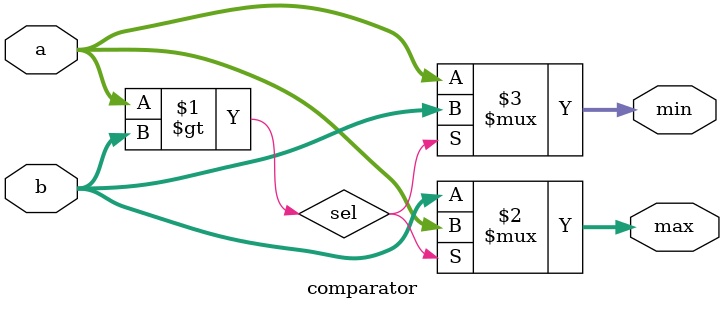
<source format=v>
`timescale 1ns / 1ps


module comparator(
     input [3:0] a, b,
     output [3:0] max, min
    );
    wire sel;
    assign sel=a>b;
    
    assign max=sel?a:b;
    assign min=sel?b:a;
    
endmodule

</source>
